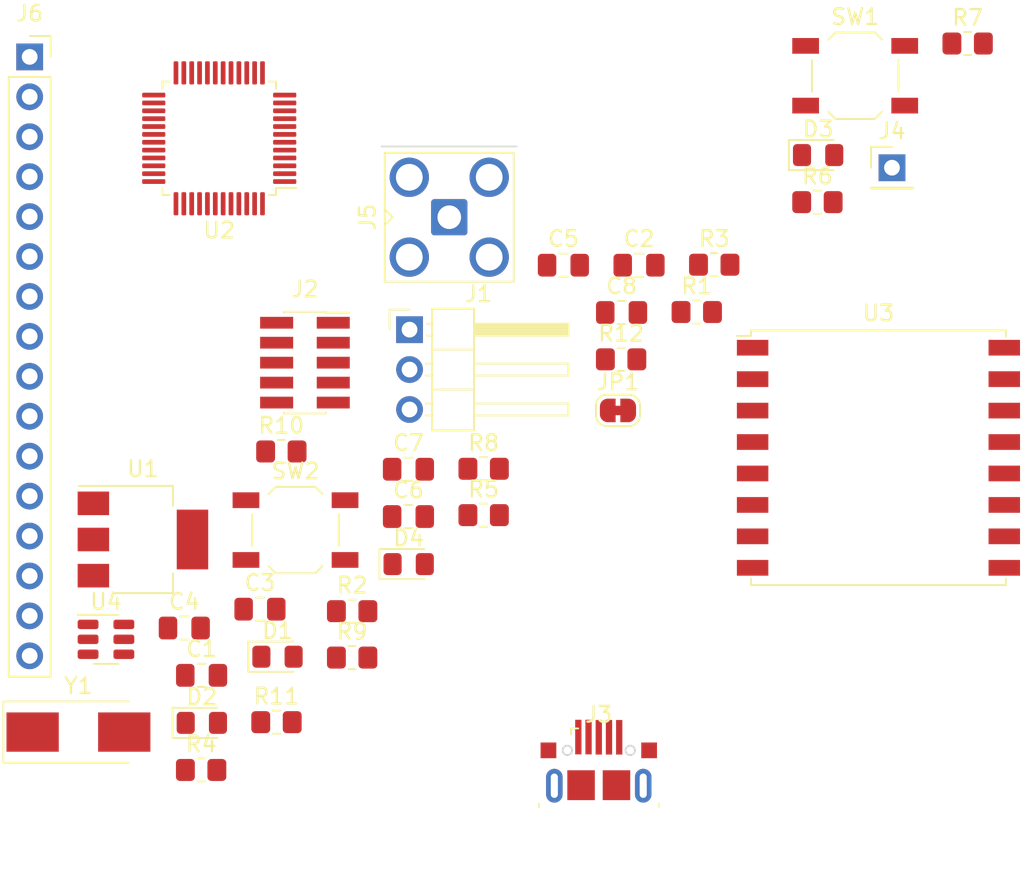
<source format=kicad_pcb>
(kicad_pcb (version 20211014) (generator pcbnew)

  (general
    (thickness 1.6)
  )

  (paper "A4")
  (layers
    (0 "F.Cu" signal)
    (31 "B.Cu" signal)
    (32 "B.Adhes" user "B.Adhesive")
    (33 "F.Adhes" user "F.Adhesive")
    (34 "B.Paste" user)
    (35 "F.Paste" user)
    (36 "B.SilkS" user "B.Silkscreen")
    (37 "F.SilkS" user "F.Silkscreen")
    (38 "B.Mask" user)
    (39 "F.Mask" user)
    (40 "Dwgs.User" user "User.Drawings")
    (41 "Cmts.User" user "User.Comments")
    (42 "Eco1.User" user "User.Eco1")
    (43 "Eco2.User" user "User.Eco2")
    (44 "Edge.Cuts" user)
    (45 "Margin" user)
    (46 "B.CrtYd" user "B.Courtyard")
    (47 "F.CrtYd" user "F.Courtyard")
    (48 "B.Fab" user)
    (49 "F.Fab" user)
    (50 "User.1" user)
    (51 "User.2" user)
    (52 "User.3" user)
    (53 "User.4" user)
    (54 "User.5" user)
    (55 "User.6" user)
    (56 "User.7" user)
    (57 "User.8" user)
    (58 "User.9" user)
  )

  (setup
    (pad_to_mask_clearance 0)
    (pcbplotparams
      (layerselection 0x00010fc_ffffffff)
      (disableapertmacros false)
      (usegerberextensions false)
      (usegerberattributes true)
      (usegerberadvancedattributes true)
      (creategerberjobfile true)
      (svguseinch false)
      (svgprecision 6)
      (excludeedgelayer true)
      (plotframeref false)
      (viasonmask false)
      (mode 1)
      (useauxorigin false)
      (hpglpennumber 1)
      (hpglpenspeed 20)
      (hpglpendiameter 15.000000)
      (dxfpolygonmode true)
      (dxfimperialunits true)
      (dxfusepcbnewfont true)
      (psnegative false)
      (psa4output false)
      (plotreference true)
      (plotvalue true)
      (plotinvisibletext false)
      (sketchpadsonfab false)
      (subtractmaskfromsilk false)
      (outputformat 1)
      (mirror false)
      (drillshape 1)
      (scaleselection 1)
      (outputdirectory "")
    )
  )

  (net 0 "")
  (net 1 "VCC")
  (net 2 "GND")
  (net 3 "Net-(C6-Pad2)")
  (net 4 "Net-(C7-Pad2)")
  (net 5 "Net-(D1-Pad1)")
  (net 6 "Net-(D2-Pad1)")
  (net 7 "LED1")
  (net 8 "Net-(D3-Pad1)")
  (net 9 "LED2")
  (net 10 "Net-(D4-Pad1)")
  (net 11 "LED3")
  (net 12 "USART1_TX")
  (net 13 "USART1_RX")
  (net 14 "SWDIO")
  (net 15 "SWCLK")
  (net 16 "unconnected-(J2-Pad6)")
  (net 17 "unconnected-(J2-Pad7)")
  (net 18 "unconnected-(J2-Pad8)")
  (net 19 "NRST")
  (net 20 "VBUS")
  (net 21 "Net-(J3-Pad2)")
  (net 22 "Net-(J3-Pad3)")
  (net 23 "Net-(J4-Pad1)")
  (net 24 "SX_RESET")
  (net 25 "SX_DIO4")
  (net 26 "SX_DIO3")
  (net 27 "/PB3")
  (net 28 "/PB4")
  (net 29 "/PB5")
  (net 30 "/PB6")
  (net 31 "/PB7")
  (net 32 "/PB8")
  (net 33 "/PB9")
  (net 34 "SX_DIO2")
  (net 35 "SX_DIO5")
  (net 36 "SX_DIO1")
  (net 37 "/PB13")
  (net 38 "/PB14")
  (net 39 "/PB15")
  (net 40 "Net-(U2-Pad1)")
  (net 41 "BOOT0")
  (net 42 "Net-(R3-Pad2)")
  (net 43 "USB_EN")
  (net 44 "D+")
  (net 45 "D-")
  (net 46 "Net-(R11-Pad1)")
  (net 47 "Net-(R12-Pad2)")
  (net 48 "Net-(SW2-Pad1)")
  (net 49 "unconnected-(U2-Pad2)")
  (net 50 "unconnected-(U2-Pad3)")
  (net 51 "unconnected-(U2-Pad4)")
  (net 52 "SX_DIO0")
  (net 53 "SPI1_NSS")
  (net 54 "SPI1_SCK")
  (net 55 "SPI1_MISO")
  (net 56 "SPI1_MOSI")
  (net 57 "unconnected-(U4-Pad4)")
  (net 58 "unconnected-(U4-Pad6)")

  (footprint "Capacitor_SMD:C_0805_2012Metric_Pad1.18x1.45mm_HandSolder" (layer "F.Cu") (at 161.47 99.98))

  (footprint "Capacitor_SMD:C_0805_2012Metric_Pad1.18x1.45mm_HandSolder" (layer "F.Cu") (at 157.77 96.97))

  (footprint "Package_TO_SOT_SMD:SOT-223-3_TabPin2" (layer "F.Cu") (at 131.04 114.42))

  (footprint "LED_SMD:LED_0805_2012Metric_Pad1.15x1.40mm_HandSolder" (layer "F.Cu") (at 139.595 121.875))

  (footprint "RF_Module:HOPERF_RFM9XW_SMD" (layer "F.Cu") (at 177.8 109.22))

  (footprint "Capacitor_SMD:C_0805_2012Metric_Pad1.18x1.45mm_HandSolder" (layer "F.Cu") (at 133.67 120.05))

  (footprint "Package_TO_SOT_SMD:SOT-23-6" (layer "F.Cu") (at 128.69 120.77))

  (footprint "Resistor_SMD:R_0805_2012Metric_Pad1.20x1.40mm_HandSolder" (layer "F.Cu") (at 152.7 109.92))

  (footprint "Resistor_SMD:R_0805_2012Metric_Pad1.20x1.40mm_HandSolder" (layer "F.Cu") (at 152.7 112.87))

  (footprint "Package_QFP:LQFP-48_7x7mm_P0.5mm" (layer "F.Cu") (at 135.89 88.9 180))

  (footprint "Capacitor_SMD:C_0805_2012Metric_Pad1.18x1.45mm_HandSolder" (layer "F.Cu") (at 162.58 96.97))

  (footprint "Capacitor_SMD:C_0805_2012Metric_Pad1.18x1.45mm_HandSolder" (layer "F.Cu") (at 147.92 112.96))

  (footprint "Connector_PinHeader_2.54mm:PinHeader_1x01_P2.54mm_Vertical" (layer "F.Cu") (at 178.66 90.77))

  (footprint "LED_SMD:LED_0805_2012Metric_Pad1.15x1.40mm_HandSolder" (layer "F.Cu") (at 147.935 115.985))

  (footprint "Connector_PinSocket_2.54mm:PinSocket_1x16_P2.54mm_Vertical" (layer "F.Cu") (at 123.84 83.72))

  (footprint "Resistor_SMD:R_0805_2012Metric_Pad1.20x1.40mm_HandSolder" (layer "F.Cu") (at 134.74 129.08))

  (footprint "Resistor_SMD:R_0805_2012Metric_Pad1.20x1.40mm_HandSolder" (layer "F.Cu") (at 173.92 92.96))

  (footprint "Resistor_SMD:R_0805_2012Metric_Pad1.20x1.40mm_HandSolder" (layer "F.Cu") (at 167.36 96.94))

  (footprint "Button_Switch_SMD:SW_SPST_TL3342" (layer "F.Cu") (at 140.74 113.82))

  (footprint "LED_SMD:LED_0805_2012Metric_Pad1.15x1.40mm_HandSolder" (layer "F.Cu") (at 134.785 126.085))

  (footprint "Crystal:Crystal_SMD_0603-2Pin_6.0x3.5mm_HandSoldering" (layer "F.Cu") (at 126.94 126.67))

  (footprint "Button_Switch_SMD:SW_SPST_TL3342" (layer "F.Cu") (at 176.32 84.92))

  (footprint "Resistor_SMD:R_0805_2012Metric_Pad1.20x1.40mm_HandSolder" (layer "F.Cu") (at 144.34 121.93))

  (footprint "Connector_PinHeader_2.54mm:PinHeader_1x03_P2.54mm_Horizontal" (layer "F.Cu") (at 147.99 101.07))

  (footprint "Connector_Coaxial:SMA_Amphenol_901-143_Horizontal" (layer "F.Cu") (at 150.515 93.92))

  (footprint "Resistor_SMD:R_0805_2012Metric_Pad1.20x1.40mm_HandSolder" (layer "F.Cu") (at 183.47 82.87))

  (footprint "Resistor_SMD:R_0805_2012Metric_Pad1.20x1.40mm_HandSolder" (layer "F.Cu") (at 139.84 108.82))

  (footprint "Connector_PinSocket_1.27mm:PinSocket_2x05_P1.27mm_Vertical_SMD" (layer "F.Cu") (at 141.34 103.17))

  (footprint "Jumper:SolderJumper-2_P1.3mm_Bridged_RoundedPad1.0x1.5mm" (layer "F.Cu") (at 161.24 106.21))

  (footprint "Resistor_SMD:R_0805_2012Metric_Pad1.20x1.40mm_HandSolder" (layer "F.Cu") (at 166.25 99.95))

  (footprint "Resistor_SMD:R_0805_2012Metric_Pad1.20x1.40mm_HandSolder" (layer "F.Cu") (at 139.53 126.04))

  (footprint "LED_SMD:LED_0805_2012Metric_Pad1.15x1.40mm_HandSolder" (layer "F.Cu") (at 173.965 89.965))

  (footprint "Resistor_SMD:R_0805_2012Metric_Pad1.20x1.40mm_HandSolder" (layer "F.Cu") (at 144.34 118.98))

  (footprint "Capacitor_SMD:C_0805_2012Metric_Pad1.18x1.45mm_HandSolder" (layer "F.Cu") (at 138.48 118.85))

  (footprint "Resistor_SMD:R_0805_2012Metric_Pad1.20x1.40mm_HandSolder" (layer "F.Cu") (at 161.44 102.96))

  (footprint "Capacitor_SMD:C_0805_2012Metric_Pad1.18x1.45mm_HandSolder" (layer "F.Cu") (at 134.77 123.06))

  (footprint "Capacitor_SMD:C_0805_2012Metric_Pad1.18x1.45mm_HandSolder" (layer "F.Cu") (at 147.92 109.95))

  (footprint "lora_dongle:USB_Micro-B_SHOU_HAN_MICRO5.9mmusb" (layer "F.Cu")
    (tedit 62237981) (tstamp f8f877a5-993c-4845-b98a-c95607171952)
    (at 160.02 128.8482)
    (descr "https://datasheet.lcsc.com/lcsc/1912111437_SHOU-HAN-MICRO5-9mmusb_C393940.pdf")
    (tags "Micro-USB SMD Typ-B GCT")
    (property "Sheetfile" "lora_dongle.kicad_sch")
    (property "Sheetname" "")
    (path "/ac5d1dfb-a062-47c5-a091-6d72cd5a3908")
    (attr smd)
    (fp_text reference "J3" (at 0 -3.3) (layer "F.SilkS")
      (effects (font (size 1 1) (thickness 0.15)))
      (tstamp 20e2934c-eeaa-4164-bbdc-a7c6485249e6)
    )
    (fp_text value "USB_B_Micro" (at 0 5.2) (layer "F.Fab")
      (effects (font (size 1 1) (thickness 0.15)))
      (tstamp e16097f0-ff6e-48d5-a642-58d896980bf0)
    )
    (fp_text user "PCB Edge" (at 0 2.65) (layer "Dwgs.User")
      (effects (font (size 0.5 0.5) (thickness 0.08)))
      (tstamp 36945b61-0844-4c1d-a374-3054a93b090e)
    )
    (fp_text user "${REFERENCE}" (at 0 0.85) (layer "F.Fab")
      (effects (font (size 1 1) (thickness 0.15)))
      (tstamp 89118d90-1a77-4e85-9db2-36c5062f7946)
    )
    (fp_line (start -1.76 -2.41) (end -1.76 -2.02) (layer "F.SilkS") (width 0.12) (tstamp 2f9605e0-9346-4503-8e2b-f4b8e644c35b))
    (fp_line (start 3.81 2.59) (end 3.81 2.38) (layer "F.SilkS") (width 0.12) (tstamp c401d8b8-ffbb-41cf-b1f0-20b3f33cf9ce))
    (fp_line (start -1.76 -2.41) (end -1.31 -2.41) (layer "F.SilkS") (width 0.12) (tstamp ddc7c29b-84bf-4960-bbbb-039dbcbcfdb8))
    (fp_line (start -3.81 2.59) (end -3.81 2.38) (layer "F.SilkS") (width 0.12) (tstamp eb30f65e-74b9-488e-9625-1e88a8a04e74))
    (fp_circle (center 2 -1.016) (end 2.3 -1.016) (layer "Edge.Cuts") (width 0.12) (fill none) (tstamp 1bfdcd85-2fd6-4c86-bffa-8c270bca5ba5))
    (fp_circle (center -2 -1.016) (end -1.7 -1.016) (layer "Edge.Cuts") (width 0.12) (fill none) (tstamp 7573a9f5-84af-4f77-b78f-b6ff3e511982))
    (fp_line (start -4.6 -2.65) (end 4.6 -2.65) (layer "F.CrtYd") (width 0.05) (tstamp 0bc4fe6b-b807-4768-b846-d1fa46df6f86))
    (fp_line (start -4.6 4.45) (end 4.6 4.45) (layer "F.CrtYd") (width 0.05) (tstamp 476c3acb-1347-4e6f-b22d-81ec2ca490bc))
    (fp_line (start 4.6 -2.65) (end 4.6 4.45) (layer "F.CrtYd") (width 0.05) (tstamp 90e003f2-751b-4368-a9d1-fd396415b03e))
    (fp_line (start -4.6 4.45) (end -4.6 -2.65) (layer "F.CrtYd") (width 0.05) (tstamp f8f952a0-6c65-49da-b502-a1932358d8f4))
    (fp_line (start -1.5 -2.16) (end -1.1 -2.16) (layer "F.Fab") (width 0.1) (tstamp 0a19d210-a0e4-4f90-a4ba-cea881ee6db0))
    (fp_line (start -1.3 -1.75) (end -1.5 -1.95) (layer "F.Fab") (width 0.1) (tstamp 0d72b26b-64a0-4335-bb1e-74cdb8eeb23c))
    (fp_line (start -1.1 -1.95) (end -1.3 -1.75) (layer "F.Fab") (width 0.1) (tstamp 2f24d2ef-5ba6-4e7f-87fa-19874dd37abc))
    (fp_line (start -3.7 3.95) (end 3.7 3.95) (layer "F.Fab") (width 0.1) (tstamp 71c7bb33-e737-47e4-802f-ed68d0489001))
    (fp_line (start -3.7 3.95) (end -3.7 -1.6) (layer "F.Fab") (width 0.1) (tstamp 78d4cb23-c2b7-452d-af0a-20d19ce31d91))
    (fp_line (start -3 2.65) (end 3 2.65) (layer "F.Fab") (width 0.1) (tstamp 8afd7b3b-2c42-4c9c-939d-268dd0a57572))
    (fp_line (start -1.5 -2.16) (end -1.5 -1.95) (layer "F.Fab") (width 0.1) (tstamp 8c84f500-7b0b-45ba-b09a-a560e94d2080))
    (fp_line (start -3.7 -1.6) (end 3.7 -1.6) (layer "F.Fab") (width 0.1) (tstamp a6e87250-43ea-4f28-8303-579f08120820))
    (fp_line (start 3.7 3.95) (end 3.7 -1.6) (layer "F.Fab") (width 0.1) (tstamp c1c41535-baa5-4e14-a98a-d27af6baea18))
    (fp_line (start -1.1 -2.16) (end -1.1 -1.95) (layer "F.Fab") (width 0.1) (tstamp c27ce77f-eec2-425a-abfa-a1b6bbf22c50))
    (fp_line (start 0.465667 5.477926) (end 0.465667 5.477926) (layer "User.2") (width 0.050799) (tstamp 0027faa9-f889-4b97-a98c-cbcac6fef707))
    (fp_line (start -3.124198 -2.209805) (end -3.073395 -2.192872) (layer "User.2") (width 0.050799) (tstamp 0032dfd6-ada6-459c-aab8-4ca1fc06be32))
    (fp_line (start -0.364066 0.110064) (end -0.330198 0.110064) (layer "User.2") (width 0.050799) (tstamp 0036e4e0-3197-4363-bb59-14fca3ed96a5))
    (fp_line (start -0.702735 4.648195) (end -0.702735 4.648195) (layer "User.2") (width 0.050799) (tstamp 0047834d-346d-4dc7-a977-22f4ee9864ff))
    (fp_line (start -7.459135 0.567263) (end -7.476066 0.601128) (layer "User.2") (width 0.050799) (tstamp 0071f75e-8261-4b59-b9bf-a0656bab734c))
    (fp_line (start -6.8326 3.615262) (end -6.815668 3.666063) (layer "User.2") (width 0.050799) (tstamp 00917ff9-8408-4322-9107-b97ee2ef906a))
    (fp_line (start -3.056467 1.684862) (end -3.022599 1.786463) (layer "User.2") (width 0.050799) (tstamp 00a3d111-5fd6-486e-a2ee-f82ec0cf3211))
    (fp_line (start -2.548469 6.460062) (end -2.548469 6.460062) (layer "User.2") (width 0.050799) (tstamp 00b4a795-1894-4a83-9247-b1f44e40ac71))
    (fp_line (start 3.276598 3.682995) (end 3.293533 3.649128) (layer "User.2") (width 0.050799) (tstamp 00b67fdb-b7ff-435d-b2ff-0d8a0f917804))
    (fp_line (start 0.347134 -5.579537) (end 0.296334 -5.562603) (layer "User.2") (width 0.050799) (tstamp 00e1ea54-b16c-4fa5-9fcb-260919552054))
    (fp_line (start -1.126063 6.358461) (end -1.126063 6.358461) (layer "User.2") (width 0.050799) (tstamp 00ea3779-cdea-42e5-8d5a-7da602aca48b))
    (fp_line (start 0.431799 -5.274737) (end 0.44873 -5.359404) (layer "User.2") (width 0.050799) (tstamp 0101a2f6-867a-4196-b73d-e937156b0e0a))
    (fp_line (start 1.786468 -0.804338) (end 1.888067 -0.753537) (layer "User.2") (width 0.050799) (tstamp 0112e9aa-f804-4c78-bdb5-fe1bd26c06bd))
    (fp_line (start -0.567268 4.834461) (end -0.618064 4.851395) (layer "User.2") (width 0.050799) (tstamp 01342069-000c-464d-bbb7-7f7baece3d64))
    (fp_line (start 1.397002 6.375394) (end 1.397002 6.375394) (layer "User.2") (width 0.050799) (tstamp 014cf83a-e659-4825-8b05-73ef8521f06d))
    (fp_line (start 0.431802 -5.731938) (end 0.431802 -5.731938) (layer "User.2") (width 0.050799) (tstamp 0181634a-95fc-43ca-944d-a5dd33578b1b))
    (fp_line (start 2.497668 6.578595) (end 2.497668 6.578595) (layer "User.2") (width 0.050799) (tstamp 01818882-fd7d-4818-8462-f546ceeca0d8))
    (fp_line (start -0.736597 -0.110072) (end -0.702732 -0.093138) (layer "User.2") (width 0.050799) (tstamp 01871178-e854-498d-8512-f03b1b6b21a4))
    (fp_line (start -2.819404 6.79873) (end -2.819404 6.79873) (layer "User.2") (width 0.050799) (tstamp 01a8ce90-d8e7-4426-80d0-1106d7dd2c3e))
    (fp_line (start 1.583266 -0.262472) (end 1.583266 -0.262472) (layer "User.2") (width 0.050799) (tstamp 01b0ffaa-1cbc-4e79-995e-2d4dbe6a52cc))
    (fp_line (start -7.0866 1.363129) (end -7.0866 1.363129) (layer "User.2") (width 0.050799) (tstamp 01c56b84-5a1e-44b7-9373-e38fc1f500b8))
    (fp_line (start 4.4958 -2.12514) (end 4.580468 -2.142073) (layer "User.2") (width 0.050799) (tstamp 01e7d2a9-74f4-4e6b-9654-b1810d4c20fd))
    (fp_line (start -2.023533 1.312328) (end -2.023533 1.566327) (layer "User.2") (width 0.050799) (tstamp 01ec4316-3705-498b-b7a6-7c1eed0dbdac))
    (fp_line (start 2.921001 6.426195) (end 2.921001 6.426195) (layer "User.2") (width 0.050799) (tstamp 01fd464a-8be7-4ebb-8554-e65af89dfc99))
    (fp_line (start 4.4958 -2.328341) (end 4.4958 -2.328341) (layer "User.2") (width 0.050799) (tstamp 02063333-41fa-4063-b8b7-3da4fad19fd9))
    (fp_line (start -6.392332 3.699927) (end -6.273798 3.699927) (layer "User.2") (width 0.050799) (tstamp 0224886d-082e-4baa-9c29-8c5add5ed8e6))
    (fp_line (start 0.025399 5.376327) (end 0.025399 5.376327) (layer "User.2") (width 0.050799) (tstamp 0230bda2-9b53-4063-83ee-3e00f2d123fe))
    (fp_line (start -0.7366 -0.347137) (end -0.7366 -0.347137) (layer "User.2") (width 0.050799) (tstamp 023442f5-c72d-4693-a259-a439b55436e5))
    (fp_line (start -3.310465 6.409261) (end -3.293531 6.443126) (layer "User.2") (width 0.050799) (tstamp 0234563f-9e8b-45fe-918f-391ae4679f84))
    (fp_line (start -0.127 -5.223939) (end -0.127 -5.223939) (layer "User.2") (width 0.050799) (tstamp 02400372-9c7a-47f2-9d46-70cfc2f459f5))
    (fp_line (start -3.310465 0.465662) (end -2.904066 0.059263) (layer "User.2") (width 0.050799) (tstamp 02463e22-3409-4ef2-a563-e13c0cd61f5e))
    (fp_line (start 3.191933 -0.702737) (end 3.191933 -0.397937) (layer "User.2") (width 0.050799) (tstamp 025e8228-6342-4c33-896d-e0592971995c))
    (fp_line (start -3.310462 0.990595) (end -3.056464 0.736594) (layer "User.2") (width 0.050799) (tstamp 02662f06-3716-4202-a3b8-f36843656b9e))
    (fp_line (start -8.238062 3.818462) (end -8.221131 3.852328) (layer "User.2") (width 0.050799) (tstamp 02751f83-14c0-41dc-ba4f-c28b31929d7c))
    (fp_line (start 1.718737 -0.905937) (end 1.786468 -0.804338) (layer "User.2") (width 0.050799) (tstamp 02913883-2577-4cfe-ae3d-36661176c3ca))
    (fp_line (start -0.127 5.579529) (end -0.127 5.579529) (layer "User.2") (width 0.050799) (tstamp 029a9214-b46f-4d4c-b024-d769d24a4464))
    (fp_line (start -0.990601 -0.296337) (end -0.990601 -0.296337) (layer "User.2") (width 0.050799) (tstamp 02a21c49-5333-4987-b2a4-eeb109451650))
    (fp_line (start 0.719665 -4.123272) (end 0.330199 -4.123272) (layer "User.2") (width 0.050799) (tstamp 02ba5262-d860-48f9-b437-a26c043f6416))
    (fp_line (start -6.392332 3.513663) (end -6.392332 3.513663) (layer "User.2") (width 0.050799) (tstamp 02c3021a-9feb-4d8d-9b62-aa069a1b616f))
    (fp_line (start -8.051797 3.564461) (end -8.051797 3.564461) (layer "User.2") (width 0.050799) (tstamp 02e23e95-3989-4d86-bc4d-2654923e562d))
    (fp_line (start -6.714066 3.615262) (end -6.731 3.666062) (layer "User.2") (width 0.050799) (tstamp 03040361-33d6-4584-99f9-2df30f5c1945))
    (fp_line (start -0.584202 -0.448736) (end -0.635001 -0.46567) (layer "User.2") (width 0.050799) (tstamp 0305dd5f-7e82-48ab-bb53-2d205ca31c1c))
    (fp_line (start -2.294465 -1.02447) (end -2.277531 -0.905937) (layer "User.2") (width 0.050799) (tstamp 03126354-c6f6-444b-bde7-d34c71df44ec))
    (fp_line (start -8.373531 3.69993) (end -8.424329 3.716864) (layer "User.2") (width 0.050799) (tstamp 031e4ebf-0c54-476e-b335-4567fd406a00))
    (fp_line (start -6.663267 1.430861) (end -6.646336 1.413927) (layer "User.2") (width 0.050799) (tstamp 03285eb4-1497-45d6-ae9b-dad3d7b111f5))
    (fp_line (start -0.313264 4.461928) (end -0.313264 4.461928) (layer "User.2") (width 0.050799) (tstamp 032e2b71-93ce-49b5-b642-c8d74259ddf0))
    (fp_line (start -7.0866 1.312328) (end -7.0866 1.363129) (layer "User.2") (width 0.050799) (tstamp 032fb1a1-7ecf-4bcc-a431-25fa27ac0dd3))
    (fp_line (start -7.086597 1.126062) (end -7.086597 1.126062) (layer "User.2") (width 0.050799) (tstamp 038d170e-5d87-47a5-aaf8-960b3730f588))
    (fp_line (start 0.008465 -5.223936) (end 0.059267 -5.190069) (layer "User.2") (width 0.050799) (tstamp 038ee57b-39bf-4330-8b0e-76e4d2c3e44d))
    (fp_line (start -2.362199 6.375395) (end -2.362199 6.375395) (layer "User.2") (width 0.050799) (tstamp 03e078a2-6ba3-49b5-acf7-191a1c464133))
    (fp_line (start -6.612467 1.396993) (end -6.561665 1.396993) (layer "User.2") (width 0.050799) (tstamp 03e18b80-f04e-4009-b257-ff2e80009b74))
    (fp_line (start -0.584202 -3.937005) (end -0.550333 -3.937005) (layer "User.2") (width 0.050799) (tstamp 03ef46b0-d682-4059-bf88-c705f832eee2))
    (fp_line (start -5.52873 1.092196) (end -5.52873 1.092196) (layer "User.2") (width 0.050799) (tstamp 03f01fe2-1dfd-448b-82f3-8c7ead485a90))
    (fp_line (start 1.024462 6.781796) (end 1.058331 6.74793) (layer "User.2") (width 0.050799) (tstamp 03f57b92-087d-4c93-af51-35ac2c51292a))
    (fp_line (start 4.461935 -2.870204) (end 4.461935 -2.870204) (layer "User.2") (width 0.050799) (tstamp 03ff2d83-f1cd-482a-84d5-1d42b64a6f84))
    (fp_line (start -1.007536 -0.431806) (end -1.007536 -0.381005) (layer "User.2") (width 0.050799) (tstamp 040b5f84-6c29-404c-a188-815b65672d0d))
    (fp_line (start -6.477 1.447793) (end -6.290733 1.58326) (layer "User.2") (width 0.050799) (tstamp 0423bd9e-c5d4-447b-8d97-16a04eb81304))
    (fp_line (start 1.413937 6.409261) (end 1.430868 6.443126) (layer "User.2") (width 0.050799) (tstamp 043da5be-5609-4705-838d-ffdc0a259eb9))
    (fp_line (start 1.413934 6.663262) (end 1.413934 6.663262) (layer "User.2") (width 0.050799) (tstamp 045dc969-5d7c-4441-8513-b7815ef37f3f))
    (fp_line (start -0.855137 -1.93887) (end -0.448734 -2.328337) (layer "User.2") (width 0.050799) (tstamp 04649c1a-aa3b-4e7e-ab54-8829fe4916c2))
    (fp_line (start -2.853269 6.426195) (end -2.887135 6.460062) (layer "User.2") (width 0.050799) (tstamp 048d352a-a98c-42a1-964c-e94d91f1ce34))
    (fp_line (start 4.529668 -3.039538) (end 4.529668 -3.039538) (layer "User.2") (width 0.050799) (tstamp 04c8c41d-2cea-4f6b-a15a-2c3bdf13139c))
    (fp_line (start -3.056467 -3.51367) (end -3.056467 -3.46287) (layer "User.2") (width 0.050799) (tstamp 04ee360d-5d59-44ba-879f-a8af28076780))
    (fp_line (start -0.296336 -0.211671) (end -0.296336 -0.211671) (layer "User.2") (width 0.050799) (tstamp 0508f24a-a7b5-4f51-a64c-697525d7a4ca))
    (fp_line (start -1.4986 -1.989669) (end -1.109135 -2.39607) (layer "User.2") (width 0.050799) (tstamp 0515260c-67f0-4b2d-b463-5451e235886e))
    (fp_line (start -2.125135 3.903129) (end -2.379133 3.903129) (layer "User.2") (width 0.050799) (tstamp 05184781-f486-4080-b04a-3c8fc178c614))
    (fp_line (start -2.142066 1.244597) (end -1.058332 0.177794) (layer "User.2") (width 0.050799) (tstamp 052e3481-2d08-4419-9936-b841097456ac))
    (fp_line (start 1.413937 6.493927) (end 1.413937 6.493927) (layer "User.2") (width 0.050799) (tstamp 0532c7ce-e3dc-476e-a473-af29c67923fc))
    (fp_line (start -3.445933 -1.380072) (end -3.445933 -1.380072) (layer "User.2") (width 0.050799) (tstamp 0541d6c1-f8f2-4a09-a568-7e73a09f172b))
    (fp_line (start -0.533399 4.597395) (end -0.533399 4.597395) (layer "User.2") (width 0.050799) (tstamp 055d71ab-287e-4a33-ad47-dce160d100d7))
    (fp_line (start -2.429932 -2.209803) (end -2.429932 -2.209803) (layer "User.2") (width 0.050799) (tstamp 0567c380-2b22-4aaf-9546-27ab9b407e76))
    (fp_line (start 1.413934 6.663262) (end 1.413934 6.714062) (layer "User.2") (width 0.050799) (tstamp 056fe4d7-bbb4-48e1-8713-7fd835993c5e))
    (fp_line (start 5.477935 -1.718737) (end 5.664202 -1.58327) (layer "User.2") (width 0.050799) (tstamp 05893545-5409-474e-8772-1e9b4f0d7969))
    (fp_line (start 0.025402 -4.834471) (end 0.025402 -4.834471) (layer "User.2") (width 0.050799) (tstamp 05b78ea7-482f-4a72-8c4d-154a63a3d125))
    (fp_line (start -0.770466 -1.73567) (end -0.533399 -1.73567) (layer "User.2") (width 0.050799) (tstamp 05c1423a-aade-4e46-b56b-7974b859f478))
    (fp_line (start 4.326464 -3.022604) (end 4.326464 -3.022604) (layer "User.2") (width 0.050799) (tstamp 05c23012-462e-495b-a3bb-40f9bba60cc2))
    (fp_line (start 6.2738 -1.143005) (end 6.2738 -1.143005) (layer "User.2") (width 0.050799) (tstamp 05da3c0d-c7ee-46e7-81c5-c64883e0f02f))
    (fp_line (start 4.4958 -2.328341) (end 4.444997 -2.328341) (layer "User.2") (width 0.050799) (tstamp 05f14b4d-c008-4340-a3c5-57a10d005000))
    (fp_line (start 4.648202 -2.717803) (end 4.648202 -2.717803) (layer "User.2") (width 0.050799) (tstamp 05f62c69-fe22-4948-88b3-53d00201ded2))
    (fp_line (start -3.293531 6.493927) (end -3.293531 6.493927) (layer "User.2") (width 0.050799) (tstamp 05fa2a2f-321d-44cb-b476-694d4ac4fc93))
    (fp_line (start -1.4986 -0.872071) (end -1.4986 -0.872071) (layer "User.2") (width 0.050799) (tstamp 05fb211a-f249-438d-907e-73cb00dd5700))
    (fp_line (start -6.646336 1.549396) (end -6.646336 1.549396) (layer "User.2") (width 0.050799) (tstamp 0629cb62-f23a-4889-83f8-e4aa326de7d4))
    (fp_line (start -0.4318 -4.953002) (end -0.414866 -4.969937) (layer "User.2") (width 0.050799) (tstamp 06a0960d-84f1-468b-8613-39f7834fa02f))
    (fp_line (start -8.034864 3.615262) (end -8.051797 3.564461) (layer "User.2") (width 0.050799) (tstamp 06b11128-d5bf-4865-af12-19c6d3fcd762))
    (fp_line (start 4.292596 -2.717807) (end 4.275668 -2.68394) (layer "User.2") (width 0.050799) (tstamp 06cf9000-1dac-4ce5-85da-60668be16373))
    (fp_line (start 0.448724 -0.939804) (end 0.855126 -1.32927) (layer "User.2") (width 0.050799) (tstamp 06d3ffd6-240f-498c-96e7-290b349e4996))
    (fp_line (start 4.343401 1.126064) (end 3.953936 1.126064) (layer "User.2") (width 0.050799) (tstamp 06d8436d-cd95-4983-808b-c8fc7889f5c5))
    (fp_line (start -0.0254 6.358461) (end -0.0254 6.358461) (layer "User.2") (width 0.050799) (tstamp 06e40901-f644-496a-a1ab-fb0dc29a5d48))
    (fp_line (start 5.359399 -1.600204) (end 5.359399 -1.600204) (layer "User.2") (width 0.050799) (tstamp 0724a3f7-1231-4576-83a3-573c1879ab9a))
    (fp_line (start -6.629401 3.513662) (end -6.663267 3.530596) (layer "User.2") (width 0.050799) (tstamp 0744ea38-498c-419d-949b-e96711b1a2c6))
    (fp_line (start -0.160865 5.579529) (end -0.160865 5.579529) (layer "User.2") (width 0.050799) (tstamp 074ff76a-6186-48dd-a57e-bc0503b20c76))
    (fp_line (start 0.347134 -4.614338) (end 0.364065 -4.614338) (layer "User.2") (width 0.050799) (tstamp 07d0c48c-a9bf-4f79-9555-45bd7cd5e364))
    (fp_line (start -0.194739 -1.701805) (end 0.194726 -2.108206) (layer "User.2") (width 0.050799) (tstamp 07e2bf35-74cf-46c7-967f-af9939e5142f))
    (fp_line (start 4.580468 -2.751669) (end 4.614333 -2.734738) (layer "User.2") (width 0.050799) (tstamp 080a0b44-91c2-4e4a-98f1-b393a200ff4f))
    (fp_line (start -7.306733 0.719661) (end -7.255933 0.719661) (layer "User.2") (width 0.050799) (tstamp 080e5461-f514-4898-9a4f-fcbc31501c89))
    (fp_line (start 5.32553 -1.752604) (end 5.359399 -1.769538) (layer "User.2") (width 0.050799) (tstamp 082145e4-8b28-4eea-a369-07e5b5ecf9c4))
    (fp_line (start -2.142066 0.194729) (end -2.125135 0.177794) (layer "User.2") (width 0.050799) (tstamp 08520491-09de-4806-a1df-ae5a5661edd7))
    (fp_line (start 1.498602 -0.872071) (end 1.092199 -0.872071) (layer "User.2") (width 0.050799) (tstamp 087ccf0a-68a1-40e7-9d71-2de7f9c5cbf6))
    (fp_line (start 4.580468 -2.83634) (end 4.580468 -2.83634) (layer "User.2") (width 0.050799) (tstamp 087e58d3-9b7c-4302-ae68-2c101f7a8a5b))
    (fp_line (start 5.596468 -2.311405) (end 5.596468 -2.311405) (layer "User.2") (width 0.050799) (tstamp 08a06bdc-78a8-495d-a308-1f8d3b49333f))
    (fp_line (start -0.279401 -4.919136) (end -0.279401 -4.919136) (layer "User.2") (width 0.050799) (tstamp 08ed08c9-f3c6-4855-a44a-6a6cf2429edb))
    (fp_line (start 4.461932 -1.651005) (end 4.461932 -2.04047) (layer "User.2") (width 0.050799) (tstamp 08f283ee-af8f-4d73-8590-55e01a98ce3d))
    (fp_line (start -5.630329 0.95673) (end -5.57953 0.973664) (layer "User.2") (width 0.050799) (tstamp 08fc31bd-9e3d-4d64-86d8-96f93e2854fe))
    (fp_line (start -5.562595 0.855129) (end -5.562595 0.855129) (layer "User.2") (width 0.050799) (tstamp 09058193-902f-462c-8e17-ecc74a17f0c2))
    (fp_line (start 0.127001 -4.631271) (end 0.127001 -4.631271) (layer "User.2") (width 0.050799) (tstamp 092d3382-bb0b-4418-b6fc-0695442da023))
    (fp_line (start 2.819399 0.347129) (end 2.700866 0.380996) (layer "User.2") (width 0.050799) (tstamp 093bf666-fcfe-4305-8327-841fd70fd714))
    (fp_line (start 1.041399 -0.245538) (end 1.024471 -0.330204) (layer "User.2") (width 0.050799) (tstamp 095b6fb7-a364-4553-9454-ef05cba867f3))
    (fp_line (start 5.79967 3.208863) (end 5.79967 3.208863) (layer "User.2") (width 0.050799) (tstamp 0969ec0c-933c-4b7f-b337-0c2d5a4308f8))
    (fp_line (start -3.191932 6.578595) (end -3.056467 6.578595) (layer "User.2") (width 0.050799) (tstamp 096fa4ab-60ad-42f6-874b-c78831f5407d))
    (fp_line (start 3.276598 1.904996) (end 3.310467 1.718728) (layer "User.2") (width 0.050799) (tstamp 098825e0-28da-44d9-a230-c2ba3053e6fb))
    (fp_line (start 4.394201 -3.005671) (end 4.394201 -3.005671) (layer "User.2") (width 0.050799) (tstamp 099eb1f6-1064-4bd2-a264-cdeb10f97cc8))
    (fp_line (start 0.956731 6.358461) (end 0.922863 6.375395) (layer "User.2") (width 0.050799) (tstamp 09a12d53-a289-4f0e-90f0-4f3797abc9e8))
    (fp_line (start 0.448724 -2.531539) (end 0.855126 -2.921005) (layer "User.2") (width 0.050799) (tstamp 09b7a7cf-2a2c-43d0-a7e3-add8280539e1))
    (fp_line (start -0.143934 0.042328) (end -0.177802 0.126995) (layer "User.2") (width 0.050799) (tstamp 09c57d27-0c21-4d20-ab9c-64e89ec15e22))
    (fp_line (start 0.076202 5.206995) (end 0.076202 5.206995) (layer "User.2") (width 0.050799) (tstamp 09eb0247-7a1d-4254-979e-73f895762755))
    (fp_line (start -0.313264 -4.78367) (end -0.465665 -4.614335) (layer "User.2") (width 0.050799) (tstamp 0a08a4ec-88ef-44ac-8c72-04dd6e942cf6))
    (fp_line (start -2.446867 2.751662) (end -2.734733 2.751662) (layer "User.2") (width 0.050799) (tstamp 0a18a25d-8d80-45be-afba-43e9b1e40df5))
    (fp_line (start -0.651932 -0.127005) (end -0.651932 -0.127005) (layer "User.2") (width 0.050799) (tstamp 0a21e84d-138f-4a8a-907b-4f8b8e790a17))
    (fp_line (start -3.293531 -0.177804) (end -3.293531 -0.414871) (layer "User.2") (width 0.050799) (tstamp 0a3fe7dc-f4b8-441e-ac28-f2f49bf80e82))
    (fp_line (start -3.293531 3.649128) (end -3.293531 3.598328) (layer "User.2") (width 0.050799) (tstamp 0a5cf6fa-fa73-467a-b61f-edbdf9cb4918))
    (fp_line (start -1.075266 -0.499537) (end -1.397001 -0.685804) (layer "User.2") (width 0.050799) (tstamp 0a87f452-acdd-40f0-92d2-50b1dcfbfebb))
    (fp_line (start -3.310459 1.701798) (end -3.056458 1.430864) (layer "User.2") (width 0.050799) (tstamp 0a907802-9f6d-4be9-b2d7-3cb0d5469847))
    (fp_line (start -0.296336 -4.969937) (end -0.296336 -4.969937) (layer "User.2") (width 0.050799) (tstamp 0a970a90-d568-4108-8ae6-f3110fc3a44e))
    (fp_line (start 4.665136 -2.904071) (end 4.665136 -2.904071) (layer "User.2") (width 0.050799) (tstamp 0aa26e43-3f63-4234-8a96-6a066b8a6ab3))
    (fp_line (start -7.306733 1.261528) (end -7.306733 1.261528) (layer "User.2") (width 0.050799) (tstamp 0aa99b6d-ca61-451d-a3b7-182d21a65fef))
    (fp_line (start -0.499534 3.767663) (end -0.245533 3.767663) (layer "User.2") (width 0.050799) (tstamp 0ab849bb-86eb-4e04-8ed6-76a1169e3d1e))
    (fp_line (start 4.580468 -2.83634) (end 4.529668 -2.83634) (layer "User.2") (width 0.050799) (tstamp 0aceeed1-a459-41b8-b268-faf444637af4))
    (fp_line (start -2.904066 2.192862) (end -6.561665 2.192862) (layer "User.2") (width 0.050799) (tstamp 0b321a45-e85d-4c4f-b409-14b0a7b01a0f))
    (fp_line (start -2.904066 0.059263) (end -6.561665 0.059263) (layer "User.2") (width 0.050799) (tstamp 0b3642cd-265b-42bf-8d51-6a7a8089e455))
    (fp_line (start -1.921934 6.358461) (end -1.921934 6.358461) (layer "User.2") (width 0.050799) (tstamp 0b3d2dc2-b87d-4eed-8bea-2fa847fe736c))
    (fp_line (start 1.566332 -0.059272) (end 1.549398 -0.093138) (layer "User.2") (width 0.050799) (tstamp 0b431993-d515-4871-a350-aef55a024938))
    (fp_line (start -3.953934 -2.887139) (end -3.953934 -2.887139) (layer "User.2") (width 0.050799) (tstamp 0b45b927-2ca4-4b68-8bca-380cfba62434))
    (fp_line (start 0.245532 -4.766738) (end 0.262466 -4.68207) (layer "User.2") (width 0.050799) (tstamp 0b87992f-4e65-463e-8013-0c437faaa8e4))
    (fp_line (start 4.648202 -2.413006) (end 4.665133 -2.429939) (layer "User.2") (width 0.050799) (tstamp 0b8a1d65-738c-4784-beb9-c5285f0e1f9b))
    (fp_line (start -8.102598 3.920061) (end -8.102598 3.920061) (layer "User.2") (width 0.050799) (tstamp 0bb35308-7277-47b5-8604-96caf1e791f7))
    (fp_line (start -6.663267 1.430861) (end -6.663267 1.430861) (layer "User.2") (width 0.050799) (tstamp 0bd0bfcd-9e69-4dd3-aec3-f0572fa44619))
    (fp_line (start 4.614333 -3.022604) (end 4.648202 -3.005671) (layer "User.2") (width 0.050799) (tstamp 0bfc4c13-fd34-4a40-bc01-d07554031343))
    (fp_line (start 0.076202 5.359394) (end 0.025399 5.376327) (layer "User.2") (width 0.050799) (tstamp 0c2fd268-8493-46a9-b792-f127d269df24))
    (fp_line (start 0.076199 6.527794) (end 0.076199 6.629394) (layer "User.2") (width 0.050799) (tstamp 0c307b49-7dc1-4f65-8572-039b3bfd977a))
    (fp_line (start -5.748865 1.142995) (end -5.765797 1.126062) (layer "User.2") (width 0.050799) (tstamp 0c4567c6-e2fb-4caf-bf98-602750498326))
    (fp_line (start -2.463798 -3.66607) (end -2.463798 -3.66607) (layer "User.2") (width 0.050799) (tstamp 0c4f7c49-6a3a-4b27-84a8-b180feb4e1a2))
    (fp_line (start -5.545667 1.261528) (end -5.545667 1.261528) (layer "User.2") (width 0.050799) (tstamp 0c4fbf0f-75fc-44e1-ae9f-1b6cf309e8dc))
    (fp_line (start -2.734736 6.358461) (end -2.734736 6.358461) (layer "User.2") (width 0.050799) (tstamp 0c95726f-364d-4670-9dfe-a911dcf0fe71))
    (fp_line (start -3.699931 0.702729) (end -3.699931 0.448728) (layer "User.2") (width 0.050799) (tstamp 0c9c0747-b332-4d84-9741-7432687a86b3))
    (fp_line (start -3.022599 1.786463) (end -3.022599 1.786463) (layer "User.2") (width 0.050799) (tstamp 0ceb56fd-dbaa-4592-8d8a-8ec70f8def25))
    (fp_line (start -5.52873 1.041395) (end -5.52873 1.041395) (layer "User.2") (width 0.050799) (tstamp 0cf1a72e-c965-4380-85af-6a3eb37410e1))
    (fp_line (start 2.277532 -0.905937) (end 2.277532 -0.905937) (layer "User.2") (width 0.050799) (tstamp 0d1a7144-3ed3-4a76-93fe-145d396a6f59))
    (fp_line (start 2.819399 -5.850471) (end 0.533401 -5.850471) (layer "User.2") (width 0.050799) (tstamp 0d1aaee4-bc64-48e6-8e23-024131f090a2))
    (fp_line (start 3.8354 3.920062) (end 3.699932 3.716861) (layer "User.2") (width 0.050799) (tstamp 0d22465a-67bc-4f47-a553-68788a6039fa))
    (fp_line (start -3.174998 0.194729) (end -3.174998 0.194729) (layer "User.2") (width 0.050799) (tstamp 0d3560ea-fd55-4af7-9660-d94c21d90fdb))
    (fp_line (start -7.476066 1.244594) (end -7.323667 1.329262) (layer "User.2") (width 0.050799) (tstamp 0d4a96a1-e750-4271-8b10-0889bfb3c061))
    (fp_line (start -0.008466 -2.074333) (end -0.008466 -2.243666) (layer "User.2") (width 0.050799) (tstamp 0d5aeca3-117c-4c9c-8c15-1cb7f4a56fd3))
    (fp_line (start -0.008466 2.12513) (end -0.008466 1.955797) (layer "User.2") (width 0.050799) (tstamp 0d78a61f-9f18-4cbe-afc7-02ed18ac2e8d))
    (fp_line (start 0.990603 -0.042337) (end 0.990603 -0.042337) (layer "User.2") (width 0.050799) (tstamp 0d9d3ade-f46d-4133-ba1c-79c253d71540))
    (fp_line (start -6.629401 3.513662) (end -6.629401 3.513662) (layer "User.2") (width 0.050799) (tstamp 0db92eb7-6744-40c5-af1a-ab2b33c7203b))
    (fp_line (start -3.174998 -0.618071) (end -7.357536 -0.618071) (layer "User.2") (width 0.050799) (tstamp 0dc08581-cae6-4ea1-91e9-de41b59e334b))
    (fp_line (start 4.665136 -2.954872) (end 4.665136 -2.954872) (layer "User.2") (width 0.050799) (tstamp 0dcbcab2-082a-4950-9327-607b34cbf3f6))
    (fp_line (start -2.345261 6.74793) (end -2.345261 6.74793) (layer "User.2") (width 0.050799) (tstamp 0dd3bc0a-e9c2-40a9-bed9-849450805f33))
    (fp_line (start -2.734733 2.531528) (end -2.734733 2.277527) (layer "User.2") (width 0.050799) (tstamp 0def59cd-0d4a-4ab0-8e03-0a7717b7d931))
    (fp_line (start 0.160867 -4.936071) (end 0.143935 -4.969938) (layer "User.2") (width 0.050799) (tstamp 0e0a51ca-b0d3-4f0a-acc2-526f10fd4013))
    (fp_line (start 5.816601 3.124196) (end 5.816601 3.124196) (layer "User.2") (width 0.050799) (tstamp 0e1bf162-dfbb-4f84-8e7c-e431e7f923e3))
    (fp_line (start 2.074334 6.798728) (end 2.226736 6.358461) (layer "User.2") (width 0.050799) (tstamp 0e36a801-49fe-44ca-8558-f2f395498084))
    (fp_line (start -5.850465 1.515529) (end -5.918198 1.481662) (layer "User.2") (width 0.050799) (tstamp 0e4db7af-5304-4d28-b01a-475b2aaa0306))
    (fp_line (start -3.682996 -1.515536) (end -3.699931 -1.38007) (layer "User.2") (width 0.050799) (tstamp 0e541094-bd8c-4321-8620-380caa5e2944))
    (fp_line (start -0.651936 -4.004739) (end -0.651936 -4.004739) (layer "User.2") (width 0.050799) (tstamp 0e67d6e4-963f-4557-a021-e59ba718a901))
    (fp_line (start 6.206066 -1.244604) (end 6.206066 -1.210737) (layer "User.2") (width 0.050799) (tstamp 0e9c39b0-e244-435f-bde7-cae4effc4c9d))
    (fp_line (start -0.855137 -1.583271) (end -0.448737 -1.989672) (layer "User.2") (width 0.050799) (tstamp 0ec41925-2013-4fb1-a4dd-0c4cbd2e68de))
    (fp_line (start 0.872063 6.74793) (end 0.888995 6.781796) (layer "User.2") (width 0.050799) (tstamp 0edc2766-4c75-4acc-a13b-955a919f7332))
    (fp_line (start -6.409266 0.668863) (end -6.409266 0.668863) (layer "User.2") (width 0.050799) (tstamp 0f062976-3965-41b2-bcbd-c2e65557ec48))
    (fp_line (start 6.206066 -0.956736) (end 6.5786 -0.956736) (layer "User.2") (width 0.050799) (tstamp 0f4fe614-53d7-44ad-aec1-6acf81eba4d4))
    (fp_line (start 0.262466 -5.274737) (end 0.296334 -5.223936) (layer "User.2") (width 0.050799) (tstamp 0f518c24-4b36-4b05-9f3f-4fa11b183111))
    (fp_line (start 3.056469 6.680195) (end 3.056469 6.680195) (layer "User.2") (width 0.050799) (tstamp 0f58163f-5797-4cf6-9545-f1c7b53976f4))
    (fp_line (start -2.023533 2.531528) (end -2.023533 2.277527) (layer "User.2") (width 0.050799) (tstamp 0f669fd0-8531-4a29-95f2-0ac57d3cc214))
    (fp_line (start 0.296334 -4.631271) (end 0.296334 -4.631271) (layer "User.2") (width 0.050799) (tstamp 0f756ddc-4ef3-4e4d-8168-b977649ea313))
    (fp_line (start 4.326464 -2.565403) (end 4.326464 -2.565403) (layer "User.2") (width 0.050799) (tstamp 0f7b0158-e639-4156-9a40-16d67625de7e))
    (fp_line (start -3.293531 3.767663) (end -3.293531 3.767663) (layer "User.2") (width 0.050799) (tstamp 0f7fedf1-64b8-42e8-aeef-5548a4c7bc26))
    (fp_line (start 1.092193 -1.93887) (end 1.498592 -2.345271) (layer "User.2") (width 0.050799) (tstamp 0f960ac5-0216-4c5e-a4a7-66a46f39cea1))
    (fp_line (start -1.295399 -3.175004) (end -1.295399 -4.885272) (layer "User.2") (width 0.050799) (tstamp 0f98aa6f-843f-4d39-b321-d86d4c515eeb))
    (fp_line (start 2.226736 6.358461) (end 2.328335 6.798728) (layer "User.2") (width 0.050799) (tstamp 0f99877f-b755-477b-a613-90f7d8816ea6))
    (fp_line (start 0.2286 2.074329) (end 0.2286 2.074329) (layer "User.2") (width 0.050799) (tstamp 0fa5c4a8-1244-4542-aeec-f9e01300224f))
    (fp_line (start 5.782735 3.225795) (end 5.782735 3.225795) (layer "User.2") (width 0.050799) (tstamp 0fc1475c-ec08-4ec7-a592-f4a1d112ae71))
    (fp_line (start 6.426202 -1.32927) (end 6.358465 -1.32927) (layer "User.2") (width 0.050799) (tstamp 0fc9f103-9876-44e5-a64f-4c0cf23db18b))
    (fp_line (start 4.461935 -2.988737) (end 4.461935 -2.988737) (layer "User.2") (width 0.050799) (tstamp 0ff9220a-16c8-44ab-bf22-7739279de27e))
    (fp_line (start 0.414867 5.359394) (end 0.414867 5.359394) (layer "User.2") (width 0.050799) (tstamp 10071db7-69f6-40b8-a305-3a563b9b813c))
    (fp_line (start -3.293531 2.819396) (end -3.293531 2.582328) (layer "User.2") (width 0.050799) (tstamp 10333e6e-279c-4127-9951-4d7e1322899f))
    (fp_line (start -4.258735 -2.954873) (end -4.326466 -2.921006) (layer "User.2") (width 0.050799) (tstamp 1061326e-b1a5-4722-951c-67f2d8c55f9f))
    (fp_line (start -4.732862 -2.429939) (end -4.732862 -2.39607) (layer "User.2") (width 0.050799) (tstamp 107d9909-380e-41e7-b3ab-c924b416e6cd))
    (fp_line (start -2.870197 -3.598338) (end -2.870197 -3.598338) (layer "User.2") (width 0.050799) (tstamp 109b8060-3355-4886-bc55-5cbc084555ef))
    (fp_line (start 0.431802 -5.731938) (end 0.448736 -5.833537) (layer "User.2") (width 0.050799) (tstamp 10a8ea0d-40f6-492f-9a98-fca2b0d24457))
    (fp_line (start 0.160867 5.410194) (end 0.126998 5.376327) (layer "User.2") (width 0.050799) (tstamp 10bf1e81-8745-4013-8948-16bac5adf261))
    (fp_line (start 3.496731 3.412061) (end 3.496731 3.412061) (layer "User.2") (width 0.050799) (tstamp 10cfaac6-47da-46a7-865b-edcf7dbb0565))
    (fp_line (start -4.326466 -2.514604) (end -4.326466 -2.514604) (layer "User.2") (width 0.050799) (tstamp 10d93b1b-bd6b-4186-afce-e41a6d0838af))
    (fp_line (start 4.648202 -3.005671) (end 4.665136 -2.954872) (layer "User.2") (width 0.050799) (tstamp 1106bb6b-f95a-4900-a36b-9400c34d9e30))
    (fp_line (start 0.076202 5.359394) (end 0.076202 5.359394) (layer "User.2") (width 0.050799) (tstamp 11200615-9bcd-48b4-bf2f-06b55ddd25c1))
    (fp_line (start 0.736599 6.409261) (end 0.736599 6.409261) (layer "User.2") (width 0.050799) (tstamp 112453de-7527-46c6-955d-f1ec02843de6))
    (fp_line (start -3.6322 6.968062) (end 3.699932 6.968062) (layer "User.2") (width 0.050799) (tstamp 1132a4cf-ddb3-4d5b-ba55-4f42fd546156))
    (fp_line (start 0.330199 -5.664204) (end 0.330199 -5.664204) (layer "User.2") (width 0.050799) (tstamp 11a0156e-2646-4cba-8a15-e96c6e563635))
    (fp_line (start -1.024464 2.074329) (end -0.245533 1.295397) (layer "User.2") (width 0.050799) (tstamp 11a255fe-163b-4f18-b7fa-e822dec75a4b))
    (fp_line (start 0.872063 6.74793) (end 0.872063 6.74793) (layer "User.2") (width 0.050799) (tstamp 11a5e3b2-d515-4acc-b8ef-c09516e44bc8))
    (fp_line (start 0.245532 -4.834471) (end 0.245532 -4.766738) (layer "User.2") (width 0.050799) (tstamp 11afe60f-271a-4b2f-88bd-e08510c2af77))
    (fp_line (start 1.176867 -1.735672) (end 1.413934 -1.735672) (layer "User.2") (width 0.050799) (tstamp 11c8be31-cc44-46a3-8135-3c614681a405))
    (fp_line (start 5.274734 -2.379139) (end 5.308602 -2.328338) (layer "User.2") (width 0.050799) (tstamp 122fd8f0-2ff3-4f8a-a5f8-ae765dbe1b65))
    (fp_line (start -3.699931 -0.042337) (end -3.699931 -0.296337) (layer "User.2") (width 0.050799) (tstamp 125dd14a-75ab-4606-83fe-f7536272097e))
    (fp_line (start -0.804334 -0.160871) (end -0.804334 -0.160871) (layer "User.2") (width 0.050799) (tstamp 12624e16-0d1b-4c63-8b56-9e50feb350a8))
    (fp_line (start 0.076202 5.206995) (end 0.025399 5.223929) (layer "User.2") (width 0.050799) (tstamp 12899dbb-9d5c-43be-965e-1375c9ee58a8))
    (fp_line (start -7.476063 0.872062) (end -7.476063 0.872062) (layer "User.2") (width 0.050799) (tstamp 12922aa6-7031-4f41-a8db-4835fb9496cb))
    (fp_line (start 1.007534 6.358461) (end 1.007534 6.358461) (layer "User.2") (width 0.050799) (tstamp 12a75fdf-a76e-43eb-b2db-7d61bc021a8e))
    (fp_line (start -7.239002 1.227662) (end -7.239002 1.227662) (layer "User.2") (width 0.050799) (tstamp 12ad4e19-e07d-499e-83eb-2664df3cfc2e))
    (fp_line (start 4.445001 -2.954869) (end 4.445001 -2.954869) (layer "User.2") (width 0.050799) (tstamp 12ca6443-f319-43be-9339-466c941296eb))
    (fp_line (start 0.262466 -5.969003) (end 0.262466 -5.969003) (layer "User.2") (width 0.050799) (tstamp 12e5c58b-3b6c-4387-8a94-a12a73ae4b86))
    (fp_line (start -8.051797 3.852328) (end -8.051797 3.852328) (layer "User.2") (width 0.050799) (tstamp 12ff5311-b078-4347-a7c5-004bcd968a7c))
    (fp_line (start 1.380068 6.781796) (end 1.380068 6.781796) (layer "User.2") (width 0.050799) (tstamp 1316aa8d-6d15-4a18-a61f-417515af9840))
    (fp_line (start -2.904066 -3.66607) (end -2.904066 -3.66607) (layer "User.2") (width 0.050799) (tstamp 133bcfb6-d663-4f0e-ae98-6fb286edf084))
    (fp_line (start -2.006599 -0.719671) (end -1.888065 -0.753537) (layer "User.2") (width 0.050799) (tstamp 134f3b02-62f4-44e5-a5ba-4093a0751e83))
    (fp_line (start -4.936066 -1.126072) (end -4.936066 -1.532472) (layer "User.2") (width 0.050799) (tstamp 1373c350-cff6-401d-bef9-f25adf5090ce))
    (fp_line (start 1.142983 2.074326) (end 2.023516 1.193792) (layer "User.2") (width 0.050799) (tstamp 13748936-5ff8-4a74-b93f-d9f16dc79488))
    (fp_line (start -7.730067 3.869262) (end -7.730067 3.869262) (layer "User.2") (width 0.050799) (tstamp 13990933-690d-4657-92f4-005ee91bdcf8))
    (fp_line (start -2.819401 0.347129) (end -2.836332 0.347129) (layer "User.2") (width 0.050799) (tstamp 13bc1b7e-8a7a-41f9-acfc-949f3d44ea40))
    (fp_line (start -0.364069 -5.664204) (end -0.347135 -5.664204) (layer "User.2") (width 0.050799) (tstamp 13c55523-8612-415b-a2bc-d509b01f1f8d))
    (fp_line (start -2.599265 1.684862) (end -2.599265 1.684862) (layer "User.2") (width 0.050799) (tstamp 13c
... [561396 chars truncated]
</source>
